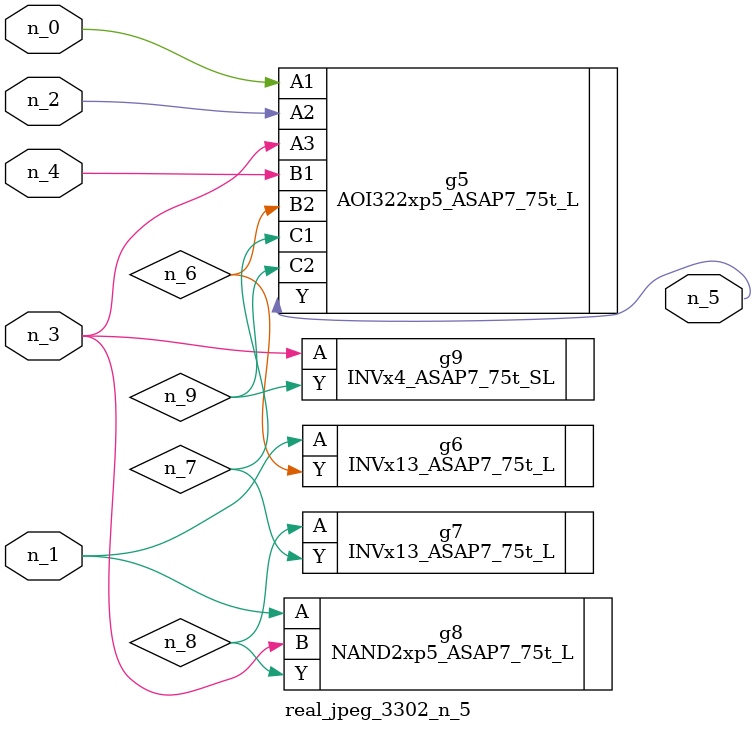
<source format=v>
module real_jpeg_3302_n_5 (n_4, n_0, n_1, n_2, n_3, n_5);

input n_4;
input n_0;
input n_1;
input n_2;
input n_3;

output n_5;

wire n_8;
wire n_6;
wire n_7;
wire n_9;

AOI322xp5_ASAP7_75t_L g5 ( 
.A1(n_0),
.A2(n_2),
.A3(n_3),
.B1(n_4),
.B2(n_6),
.C1(n_7),
.C2(n_9),
.Y(n_5)
);

INVx13_ASAP7_75t_L g6 ( 
.A(n_1),
.Y(n_6)
);

NAND2xp5_ASAP7_75t_L g8 ( 
.A(n_1),
.B(n_3),
.Y(n_8)
);

INVx4_ASAP7_75t_SL g9 ( 
.A(n_3),
.Y(n_9)
);

INVx13_ASAP7_75t_L g7 ( 
.A(n_8),
.Y(n_7)
);


endmodule
</source>
